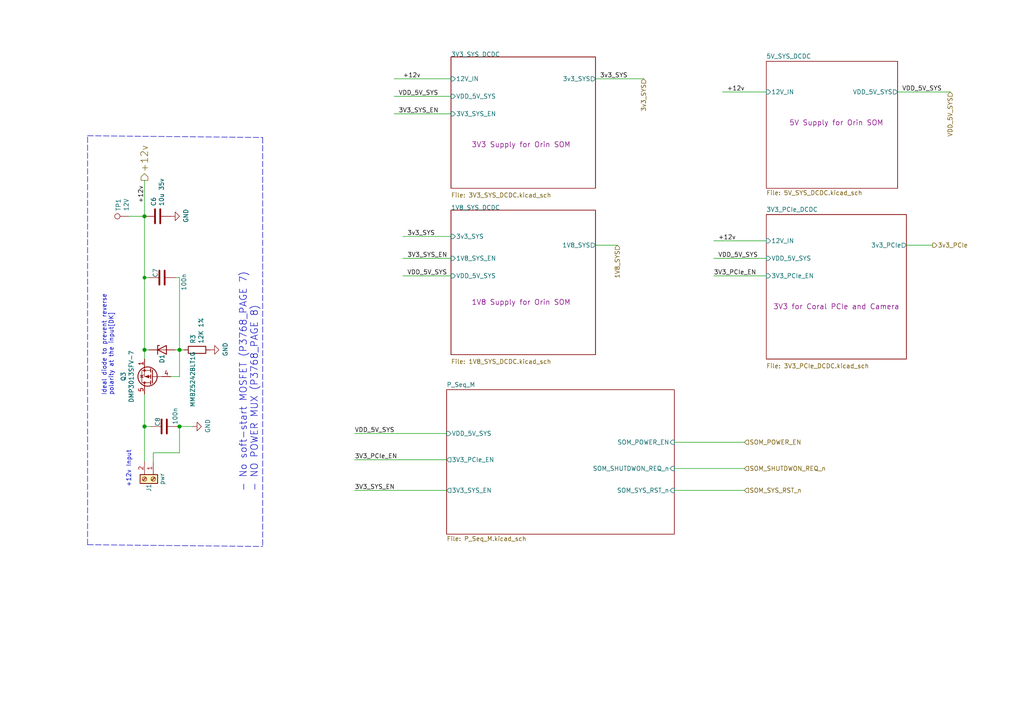
<source format=kicad_sch>
(kicad_sch (version 20211123) (generator eeschema)
  (paper "A4")
  (title_block (date "2023-05-28") (company "www.infinitytech.ltd") (comment 1 "(+20) 010 60 44 9214") (comment 2 "Design By: Mohamed Maher") (comment 4 "Jetson Orin SOM Custom Carrier Boards V1.0"))
  (lib_symbols
    (symbol "Connector:Screw_Terminal_01x02" (pin_names (offset 1.016) hide)
      (property "Reference" "J" (at 0 2.54 0))
      (property "Value" "Screw_Terminal_01x02" (at 0 -5.08 0))
      (symbol "Screw_Terminal_01x02_1_1"
        (rectangle (start -1.27 1.27) (end 1.27 -3.81) (stroke (width 0.254)) (fill (type background)))
        (circle (center 0 -2.54) (radius 0.635) (stroke (width 0.1524)))
        (polyline (pts (xy -0.5334 -2.2098) (xy 0.3302 -3.048)) (stroke (width 0.1524)))
        (polyline (pts (xy -0.5334 0.3302) (xy 0.3302 -0.508)) (stroke (width 0.1524)))
        (polyline (pts (xy -0.3556 -2.032) (xy 0.508 -2.8702)) (stroke (width 0.1524)))
        (polyline (pts (xy -0.3556 0.508) (xy 0.508 -0.3302)) (stroke (width 0.1524)))
        (circle (center 0 0) (radius 0.635) (stroke (width 0.1524)))
        (pin passive line (at -5.08 0 0) (length 3.81) (name "Pin_1") (number "1"))
        (pin passive line (at -5.08 -2.54 0) (length 3.81) (name "Pin_2") (number "2"))
      )
    )
    (symbol "Connector:TestPoint" (pin_numbers hide) (pin_names (offset 0.762) hide)
      (property "Reference" "TP" (at 0 6.858 0))
      (property "Value" "TestPoint" (at 0 5.08 0))
      (symbol "TestPoint_0_1"
        (circle (center 0 3.302) (radius 0.762))
      )
      (symbol "TestPoint_1_1"
        (pin passive line (at 0 0 90) (length 2.54) (name "1") (number "1"))
      )
    )
    (symbol "Device:C" (pin_numbers hide) (pin_names (offset 0.254))
      (property "Reference" "C" (at 0.635 2.54 0))
      (property "Value" "C" (at 0.635 -2.54 0))
      (symbol "C_0_1"
        (polyline (pts (xy -2.032 -0.762) (xy 2.032 -0.762)) (stroke (width 0.508)))
        (polyline (pts (xy -2.032 0.762) (xy 2.032 0.762)) (stroke (width 0.508)))
      )
      (symbol "C_1_1"
        (pin passive line (at 0 3.81 270) (length 2.794) (name "~") (number "1"))
        (pin passive line (at 0 -3.81 90) (length 2.794) (name "~") (number "2"))
      )
    )
    (symbol "Device:R" (pin_numbers hide) (pin_names (offset 0))
      (property "Reference" "R" (at 2.032 0 90))
      (property "Value" "R" (at 0 0 90))
      (symbol "R_0_1"
        (rectangle (start -1.016 -2.54) (end 1.016 2.54) (stroke (width 0.254)))
      )
      (symbol "R_1_1"
        (pin passive line (at 0 3.81 270) (length 1.27) (name "~") (number "1"))
        (pin passive line (at 0 -3.81 90) (length 1.27) (name "~") (number "2"))
      )
    )
    (symbol "Diode:BZX84Cxx" (pin_numbers hide) (pin_names hide)
      (property "Reference" "D1" (at 1.143 -2.032 90))
      (property "Value" "MMBZ5242BLT1G" (at 3.81 -13.97 90))
      (symbol "BZX84Cxx_0_1"
        (polyline (pts (xy 1.27 0) (xy -1.27 0)))
        (polyline (pts (xy -1.27 -1.27) (xy -1.27 1.27) (xy -0.762 1.27)) (stroke (width 0.254)))
        (polyline (pts (xy 1.27 -1.27) (xy 1.27 1.27) (xy -1.27 0) (xy 1.27 -1.27)) (stroke (width 0.254)))
      )
      (symbol "BZX84Cxx_1_1"
        (pin passive line (at 3.81 0 180) (length 2.54) (name "A") (number "1"))
        (pin passive line (at -3.81 0 0) (length 2.54) (name "K") (number "3"))
      )
    )
    (symbol "Transistor_FET:DMP3013SFV" (pin_names hide)
      (property "Reference" "Q" (at 5.08 1.905 0))
      (property "Value" "DMP3013SFV" (at 5.08 0 0))
      (symbol "DMP3013SFV_0_1"
        (polyline (pts (xy 0.254 0) (xy -2.54 0)))
        (polyline (pts (xy 0.254 1.905) (xy 0.254 -1.905)) (stroke (width 0.254)))
        (polyline (pts (xy 0.762 -1.27) (xy 0.762 -2.286)) (stroke (width 0.254)))
        (polyline (pts (xy 0.762 0.508) (xy 0.762 -0.508)) (stroke (width 0.254)))
        (polyline (pts (xy 0.762 2.286) (xy 0.762 1.27)) (stroke (width 0.254)))
        (polyline (pts (xy 2.54 2.54) (xy 2.54 1.778)))
        (polyline (pts (xy 2.54 -2.54) (xy 2.54 0) (xy 0.762 0)))
        (polyline (pts (xy 0.762 1.778) (xy 3.302 1.778) (xy 3.302 -1.778) (xy 0.762 -1.778)))
        (polyline (pts (xy 2.286 0) (xy 1.27 0.381) (xy 1.27 -0.381) (xy 2.286 0)) (fill (type outline)))
        (polyline (pts (xy 2.794 -0.508) (xy 2.921 -0.381) (xy 3.683 -0.381) (xy 3.81 -0.254)))
        (polyline (pts (xy 3.302 -0.381) (xy 2.921 0.254) (xy 3.683 0.254) (xy 3.302 -0.381)))
        (circle (center 1.651 0) (radius 2.794) (stroke (width 0.254)))
        (circle (center 2.54 -1.778) (radius 0.254) (fill (type outline)))
        (circle (center 2.54 1.778) (radius 0.254) (fill (type outline)))
      )
      (symbol "DMP3013SFV_1_1"
        (pin passive line (at 2.54 -5.08 90) (length 2.54) (name "S") (number "1"))
        (pin passive line (at 2.54 -5.08 90) (length 2.54) hide (name "S") (number "2"))
        (pin passive line (at 2.54 -5.08 90) (length 2.54) hide (name "S") (number "3"))
        (pin passive line (at -5.08 0 0) (length 2.54) (name "G") (number "4"))
        (pin passive line (at 2.54 5.08 270) (length 2.54) (name "D") (number "5"))
      )
    )
    (symbol "power:GND" (power) (pin_names (offset 0))
      (property "Value" "GND" (at 0 -3.81 0))
      (symbol "GND_0_1"
        (polyline (pts (xy 0 0) (xy 0 -1.27) (xy 1.27 -1.27) (xy 0 -2.54) (xy -1.27 -1.27) (xy 0 -1.27)))
      )
      (symbol "GND_1_1"
        (pin power_in line (at 0 0 270) (length 0) hide (name "GND") (number "1"))
      )
    )
  )
  (junction (at 52.07 123.698) (diameter 1.016))
  (junction (at 41.91 101.473) (diameter 1.016))
  (junction (at 52.07 101.473) (diameter 1.016))
  (junction (at 41.91 62.738) (diameter 1.016))
  (junction (at 41.91 80.518))
  (junction (at 41.91 123.698) (diameter 1.016))
  (wire (pts (xy 49.53 109.22) (xy 52.07 109.22)))
  (wire (pts (xy 260.35 26.67) (xy 275.59 26.67)))
  (wire (pts (xy 102.87 125.73) (xy 129.54 125.73)))
  (wire (pts (xy 52.07 131.318) (xy 52.07 123.698)))
  (polyline (pts (xy 25.4 157.988) (xy 76.2 158.496)))
  (wire (pts (xy 172.72 22.86) (xy 186.69 22.86)))
  (wire (pts (xy 52.07 109.22) (xy 52.07 101.473)))
  (wire (pts (xy 207.01 69.85) (xy 222.25 69.85)))
  (wire (pts (xy 52.07 123.698) (xy 55.88 123.698)))
  (polyline (pts (xy 76.2 39.878) (xy 76.2 158.496)))
  (polyline (pts (xy 25.4 39.37) (xy 76.2 39.878)))
  (wire (pts (xy 41.91 123.698) (xy 43.815 123.698)))
  (wire (pts (xy 116.84 68.58) (xy 130.81 68.58)))
  (wire (pts (xy 116.84 80.01) (xy 130.81 80.01)))
  (wire (pts (xy 195.58 128.27) (xy 215.9 128.27)))
  (wire (pts (xy 41.91 80.518) (xy 41.91 62.738)))
  (wire (pts (xy 195.58 142.24) (xy 215.9 142.24)))
  (polyline (pts (xy 25.4 157.988) (xy 25.4 39.37)))
  (wire (pts (xy 114.3 22.86) (xy 130.81 22.86)))
  (wire (pts (xy 41.91 104.14) (xy 41.91 101.473)))
  (wire (pts (xy 41.91 80.518) (xy 43.18 80.518)))
  (wire (pts (xy 41.91 101.473) (xy 41.91 80.518)))
  (wire (pts (xy 262.89 71.12) (xy 270.51 71.12)))
  (wire (pts (xy 195.58 135.89) (xy 215.9 135.89)))
  (wire (pts (xy 41.91 101.473) (xy 43.18 101.473)))
  (wire (pts (xy 116.84 74.93) (xy 130.81 74.93)))
  (wire (pts (xy 102.87 142.24) (xy 129.54 142.24)))
  (wire (pts (xy 207.01 74.93) (xy 222.25 74.93)))
  (wire (pts (xy 209.55 26.67) (xy 222.25 26.67)))
  (wire (pts (xy 52.07 101.473) (xy 52.07 80.518)))
  (wire (pts (xy 41.91 123.698) (xy 41.91 114.3)))
  (wire (pts (xy 102.87 133.35) (xy 129.54 133.35)))
  (wire (pts (xy 41.91 62.738) (xy 41.91 52.324)))
  (wire (pts (xy 51.435 123.698) (xy 52.07 123.698)))
  (wire (pts (xy 114.3 27.94) (xy 130.81 27.94)))
  (wire (pts (xy 52.07 101.473) (xy 50.8 101.473)))
  (wire (pts (xy 41.91 133.858) (xy 41.91 123.698)))
  (wire (pts (xy 37.338 62.738) (xy 41.91 62.738)))
  (wire (pts (xy 50.8 80.518) (xy 52.07 80.518)))
  (wire (pts (xy 44.45 131.318) (xy 44.45 133.858)))
  (wire (pts (xy 172.72 71.12) (xy 179.07 71.12)))
  (wire (pts (xy 52.07 101.473) (xy 53.34 101.473)))
  (wire (pts (xy 114.3 33.02) (xy 130.81 33.02)))
  (wire (pts (xy 44.45 131.318) (xy 52.07 131.318)))
  (wire (pts (xy 207.01 80.01) (xy 222.25 80.01)))
  (text "- No soft-start MOSFET (P3768_PAGE 7)\n- NO POWER MUX (P3768_PAGE 8)\n" (at 74.93 142.748 90) (effects (font (size 2 2)) (justify left bottom)))
  (text "Ideal diode to prevent reverse\npolarity at the input[DK]" (at 33.02 114.808 90) (effects (font (size 1.27 1.27)) (justify left bottom)))
  (text "+12v Input" (at 38.1 141.478 90) (effects (font (size 1.27 1.27)) (justify left bottom)))
  (label "VDD_5V_SYS" (at 115.57 27.94 0))
  (label "3v3_SYS" (at 118.11 68.58 0))
  (label "VDD_5V_SYS" (at 102.87 125.73 0))
  (label "+12v" (at 41.91 58.928 90))
  (label "VDD_5V_SYS" (at 118.11 80.01 0))
  (label "3v3_SYS" (at 173.99 22.86 0))
  (label "3V3_SYS_EN" (at 118.11 74.93 0))
  (label "+12v" (at 210.82 26.67 0))
  (label "+12v" (at 116.84 22.86 0))
  (label "VDD_5V_SYS" (at 261.62 26.67 0))
  (label "3V3_SYS_EN" (at 102.87 142.24 0))
  (label "VDD_5V_SYS" (at 208.28 74.93 0))
  (label "3V3_PCIe_EN" (at 102.87 133.35 0))
  (label "+12v" (at 208.28 69.85 0))
  (label "3V3_PCIe_EN" (at 207.01 80.01 0))
  (label "3V3_SYS_EN" (at 115.57 33.02 0))
  (hierarchical_label "SOM_SYS_RST_n" (shape input) (at 215.9 142.24 0))
  (hierarchical_label "1V8_SYS" (shape input) (at 179.07 71.12 270))
  (hierarchical_label "SOM_POWER_EN" (shape input) (at 215.9 128.27 0))
  (hierarchical_label "VDD_5V_SYS" (shape input) (at 275.59 26.67 270))
  (hierarchical_label "SOM_SHUTDWON_REQ_n" (shape input) (at 215.9 135.89 0))
  (hierarchical_label "+12v" (shape output) (at 41.91 52.324 90) (effects (font (size 2.0066 2.0066))))
  (hierarchical_label "3v3_SYS" (shape input) (at 186.69 22.86 270))
  (hierarchical_label "3v3_PCIe" (shape output) (at 270.51 71.12 0))
  (symbol (lib_id "Transistor_FET:DMP3013SFV") (at 44.45 109.22 180) (unit 1)
    (property "Reference" "Q3" (at 35.7886 109.22 90))
    (property "Value" "DMP3013SFV-7" (at 38.1 109.22 90))
    (property "Footprint" "Package_SON:Diodes_PowerDI3333-8" (effects hide))
    (property "Datasheet" "https://www.diodes.com/assets/Datasheets/DMP3013SFV.pdf" (effects hide))
    (property "Field4" "Farnell" (effects hide))
    (property "Field5" "3405192" (effects hide))
    (property "Field6" "DMP3013SFV-7" (effects hide))
    (property "Field7" "Diodes" (effects hide))
    (property "Part Description" "DMP3013SFV-7 -  Power MOSFET, P Channel, 30 V, 12 A, 0.008 ohm, PowerDI3333, Surface Mount" (effects hide))
    (property "LCSC" "C264098" (effects hide))
  )
  (symbol (lib_id "Connector:TestPoint") (at 37.338 62.738 90) (unit 1)
    (property "Reference" "TP1" (at 34.3408 61.2648 0) (effects (justify left)))
    (property "Value" "12V" (at 36.6522 61.2648 0) (effects (justify left)))
    (property "Footprint" "TestPoint:TestPoint_Pad_D1.0mm" (effects hide))
    (property "Field4" "nf" (effects hide))
    (property "Field5" "nf" (effects hide))
    (property "Field6" "nf" (effects hide))
    (property "Field7" "nf" (effects hide))
  )
  (symbol (lib_id "Device:C") (at 46.99 80.518 90) (unit 1)
    (property "Reference" "C7" (at 45.085 80.518 0) (effects (justify left)))
    (property "Value" "100n" (at 53.34 84.328 0) (effects (justify left)))
    (property "Footprint" "Capacitor_SMD:C_0201_0603Metric" (effects hide))
    (property "Datasheet" "https://psearch.en.murata.com/capacitor/product/GRM155R62A104KE14%23.pdf" (effects hide))
    (property "Field4" "Farnell" (effects hide))
    (property "Field5" "2611907" (effects hide))
    (property "Field6" "GRM155R62A104KE14D" (effects hide))
    (property "Field7" "Murata" (effects hide))
    (property "Part Description" "	0.1uF 10% 100V Ceramic Capacitor X5R 0402 (1005 Metric)" (effects hide))
    (property "LCSC" "C307380" (effects hide))
  )
  (symbol (lib_id "power:GND") (at 55.88 123.698 90) (unit 1)
    (property "Reference" "#PWR0106" (effects hide))
    (property "Value" "GND" (at 60.2742 123.571 0))
  )
  (symbol (lib_id "Device:C") (at 45.72 62.738 90) (unit 1)
    (property "Reference" "C6" (at 44.5516 59.817 0) (effects (justify left)))
    (property "Value" "10u 35v" (at 46.863 59.817 0) (effects (justify left)))
    (property "Footprint" "Capacitor_SMD:C_0603_1608Metric" (effects hide))
    (property "Datasheet" "https://www.murata.com/en-global/products/productdetail.aspx?partno=GRM21BC8YA106ME11%23" (effects hide))
    (property "Field5" "490-10505-1-ND" (effects hide))
    (property "Field4" "Digikey" (effects hide))
    (property "Field6" "GRM21BC8YA106KE11L " (effects hide))
    (property "Field7" "Murata" (effects hide))
    (property "LCSC" "C194427" (effects hide))
  )
  (symbol (lib_id "Diode:BZX84Cxx") (at 46.99 101.473 0) (unit 1)
    (property "Reference" "D1" (at 46.99 105.41 90) (effects (justify left)))
    (property "Value" "MMBZ5242BLT1G" (at 55.88 118.11 90) (effects (justify left)))
    (property "Footprint" "Package_TO_SOT_SMD:SOT-23" (effects hide))
    (property "Datasheet" "https://diotec.com/tl_files/diotec/files/pdf/datasheets/bzx84c2v4.pdf" (effects hide))
    (property "Field4" "Digikey" (effects hide))
    (property "Field5" "MMBZ5242BLT1G" (effects hide))
    (property "Field6" "MMBZ5242BLT1G" (effects hide))
    (property "Field7" "Onsemi" (effects hide))
    (property "Part Description" "	Zener Diode 12V 225mW 5% Surface Mount SOT-23-3 (TO-236)" (effects hide))
    (property "LCSC" "C236184" (effects hide))
  )
  (symbol (lib_id "power:GND") (at 60.96 101.473 90) (unit 1)
    (property "Reference" "#PWR0105" (effects hide))
    (property "Value" "GND" (at 65.3542 101.346 0))
  )
  (symbol (lib_id "Connector:Screw_Terminal_01x02") (at 44.45 138.938 270) (unit 1)
    (property "Reference" "J1" (at 43.18 141.478 0))
    (property "Value" "pwr" (at 46.99 138.938 0))
    (property "Footprint" "TerminalBlock:TerminalBlock_bornier-2_P5.08mm" (effects hide))
    (property "LCSC" "C430455" (effects hide))
  )
  (symbol (lib_id "power:GND") (at 49.53 62.738 90) (unit 1)
    (property "Reference" "#PWR0107" (effects hide))
    (property "Value" "GND" (at 53.9242 62.611 0))
  )
  (symbol (lib_id "Device:C") (at 47.625 123.698 90) (unit 1)
    (property "Reference" "C8" (at 45.72 123.698 0) (effects (justify left)))
    (property "Value" "100n" (at 50.8 123.19 0) (effects (justify left)))
    (property "Footprint" "Capacitor_SMD:C_0201_0603Metric" (effects hide))
    (property "Datasheet" "https://psearch.en.murata.com/capacitor/product/GRM155R62A104KE14%23.pdf" (effects hide))
    (property "Field4" "Farnell" (effects hide))
    (property "Field5" "2611907" (effects hide))
    (property "Field6" "GRM155R62A104KE14D" (effects hide))
    (property "Field7" "Murata" (effects hide))
    (property "Part Description" "	0.1uF 10% 100V Ceramic Capacitor X5R 0402 (1005 Metric)" (effects hide))
    (property "LCSC" "C307380" (effects hide))
  )
  (symbol (lib_id "Device:R") (at 57.15 101.473 90) (unit 1)
    (property "Reference" "R3" (at 55.9816 99.695 0) (effects (justify left)))
    (property "Value" "12K 1%" (at 58.293 99.695 0) (effects (justify left)))
    (property "Footprint" "Resistor_SMD:R_0201_0603Metric" (effects hide))
    (property "Datasheet" "https://fscdn.rohm.com/en/products/databook/datasheet/passive/resistor/chip_resistor/mcr-e.pdf" (effects hide))
    (property "Field4" "Farnell" (effects hide))
    (property "Field5" "9239367" (effects hide))
    (property "Field7" "Rohm" (effects hide))
    (property "Field6" "MCR01MZPF1202" (effects hide))
    (property "Part Description" "Resistor 12K M1005 1% 63mW" (effects hide))
    (property "LCSC" "C226413" (effects hide))
  )
  (sheet (at 129.54 113.03) (size 66.04 41.91) (stroke (width 0.1524))
    (property "Sheet name" "P_Seq_M" (at 129.54 112.3184 0) (effects (justify left bottom)))
    (property "Sheet file" "P_Seq_M.kicad_sch" (at 129.54 155.5246 0) (effects (justify left top)))
    (pin "SOM_POWER_EN" input (at 195.58 128.27 0))
    (pin "SOM_SHUTDWON_REQ_n" input (at 195.58 135.89 0))
    (pin "VDD_5V_SYS" input (at 129.54 125.73 180))
    (pin "SOM_SYS_RST_n" input (at 195.58 142.24 0))
    (pin "3V3_PCIe_EN" output (at 129.54 133.35 180))
    (pin "3V3_SYS_EN" output (at 129.54 142.24 180))
  )
  (sheet (at 130.81 16.51) (size 41.91 38.1) (stroke (width 0.1524))
    (property "Sheet name" "3V3_SYS_DCDC" (at 130.81 16.51 0) (effects (justify left bottom)))
    (property "Sheet file" "3V3_SYS_DCDC.kicad_sch" (at 130.81 55.88 0) (effects (justify left top)))
    (property "Discription" "3V3 Supply for Orin SOM" (at 151.13 41.91 0) (effects (font (size 1.5 1.5))))
    (pin "12V_IN" input (at 130.81 22.86 180))
    (pin "3v3_SYS" output (at 172.72 22.86 0))
    (pin "3V3_SYS_EN" input (at 130.81 33.02 180))
    (pin "VDD_5V_SYS" input (at 130.81 27.94 180))
  )
  (sheet (at 130.81 60.96) (size 41.91 41.91) (stroke (width 0.1524))
    (property "Sheet name" "1V8_SYS_DCDC" (at 130.81 60.96 0) (effects (justify left bottom)))
    (property "Sheet file" "1V8_SYS_DCDC.kicad_sch" (at 130.81 104.14 0) (effects (justify left top)))
    (property "Discription" "1V8 Supply for Orin SOM" (at 151.13 87.63 0) (effects (font (size 1.5 1.5))))
    (pin "3v3_SYS" input (at 130.81 68.58 180))
    (pin "1V8_SYS" output (at 172.72 71.12 0))
    (pin "1V8_SYS_EN" input (at 130.81 74.93 180))
    (pin "VDD_5V_SYS" input (at 130.81 80.01 180))
  )
  (sheet (at 222.25 17.78) (size 38.1 36.83) (stroke (width 0.1524))
    (property "Sheet name" "5V_SYS_DCDC" (at 222.25 17.0684 0) (effects (justify left bottom)))
    (property "Sheet file" "5V_SYS_DCDC.kicad_sch" (at 222.25 55.1946 0) (effects (justify left top)))
    (property "Discription" "5V Supply for Orin SOM" (at 242.57 35.56 0) (effects (font (size 1.5 1.5))))
    (pin "VDD_5V_SYS" output (at 260.35 26.67 0))
    (pin "12V_IN" input (at 222.25 26.67 180))
  )
  (sheet (at 222.25 62.23) (size 40.64 41.91) (stroke (width 0.1524))
    (property "Sheet name" "3V3_PCIe_DCDC" (at 222.25 61.5184 0) (effects (justify left bottom)))
    (property "Sheet file" "3V3_PCIe_DCDC.kicad_sch" (at 222.25 105.41 0) (effects (justify left top)))
    (property "Discription" "3V3 for Coral PCIe and Camera" (at 242.57 88.9 0) (effects (font (size 1.5 1.5))))
    (pin "3v3_PCIe" output (at 262.89 71.12 0))
    (pin "12V_IN" input (at 222.25 69.85 180))
    (pin "3V3_PCIe_EN" input (at 222.25 80.01 180))
    (pin "VDD_5V_SYS" input (at 222.25 74.93 180))
  )
)
</source>
